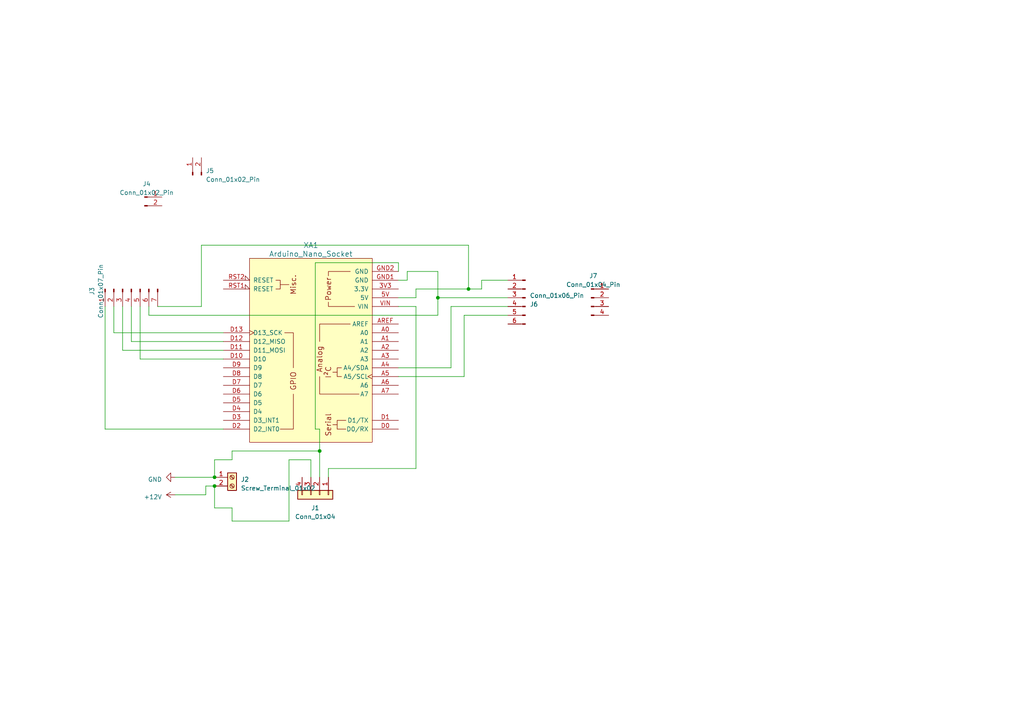
<source format=kicad_sch>
(kicad_sch (version 20230121) (generator eeschema)
  (paper "A4")
  (lib_symbols
    (symbol "Connector:Conn_01x02_Pin" (pin_names (offset 1.016) hide)
      (property "Reference" "J" (at 0 2.54 0))
      (property "Value" "Conn_01x02_Pin" (at 0 -5.08 0))
      (symbol "Conn_01x02_Pin_1_1"
        (polyline (pts (xy 1.27 -2.54) (xy 0.8636 -2.54)) (stroke (width 0.1524)))
        (polyline (pts (xy 1.27 0) (xy 0.8636 0)) (stroke (width 0.1524)))
        (rectangle (start 0.8636 -2.413) (end 0 -2.667) (stroke (width 0.1524)) (fill (type outline)))
        (rectangle (start 0.8636 0.127) (end 0 -0.127) (stroke (width 0.1524)) (fill (type outline)))
        (pin passive line (at 5.08 0 180) (length 3.81) (name "Pin_1") (number "1"))
        (pin passive line (at 5.08 -2.54 180) (length 3.81) (name "Pin_2") (number "2"))
      )
    )
    (symbol "Connector:Conn_01x04_Pin" (pin_names (offset 1.016) hide)
      (property "Reference" "J" (at 0 5.08 0))
      (property "Value" "Conn_01x04_Pin" (at 0 -7.62 0))
      (symbol "Conn_01x04_Pin_1_1"
        (polyline (pts (xy 1.27 -5.08) (xy 0.8636 -5.08)) (stroke (width 0.1524)))
        (polyline (pts (xy 1.27 -2.54) (xy 0.8636 -2.54)) (stroke (width 0.1524)))
        (polyline (pts (xy 1.27 0) (xy 0.8636 0)) (stroke (width 0.1524)))
        (polyline (pts (xy 1.27 2.54) (xy 0.8636 2.54)) (stroke (width 0.1524)))
        (rectangle (start 0.8636 -4.953) (end 0 -5.207) (stroke (width 0.1524)) (fill (type outline)))
        (rectangle (start 0.8636 -2.413) (end 0 -2.667) (stroke (width 0.1524)) (fill (type outline)))
        (rectangle (start 0.8636 0.127) (end 0 -0.127) (stroke (width 0.1524)) (fill (type outline)))
        (rectangle (start 0.8636 2.667) (end 0 2.413) (stroke (width 0.1524)) (fill (type outline)))
        (pin passive line (at 5.08 2.54 180) (length 3.81) (name "Pin_1") (number "1"))
        (pin passive line (at 5.08 0 180) (length 3.81) (name "Pin_2") (number "2"))
        (pin passive line (at 5.08 -2.54 180) (length 3.81) (name "Pin_3") (number "3"))
        (pin passive line (at 5.08 -5.08 180) (length 3.81) (name "Pin_4") (number "4"))
      )
    )
    (symbol "Connector:Conn_01x06_Pin" (pin_names (offset 1.016) hide)
      (property "Reference" "J" (at 0 7.62 0))
      (property "Value" "Conn_01x06_Pin" (at 0 -10.16 0))
      (symbol "Conn_01x06_Pin_1_1"
        (polyline (pts (xy 1.27 -7.62) (xy 0.8636 -7.62)) (stroke (width 0.1524)))
        (polyline (pts (xy 1.27 -5.08) (xy 0.8636 -5.08)) (stroke (width 0.1524)))
        (polyline (pts (xy 1.27 -2.54) (xy 0.8636 -2.54)) (stroke (width 0.1524)))
        (polyline (pts (xy 1.27 0) (xy 0.8636 0)) (stroke (width 0.1524)))
        (polyline (pts (xy 1.27 2.54) (xy 0.8636 2.54)) (stroke (width 0.1524)))
        (polyline (pts (xy 1.27 5.08) (xy 0.8636 5.08)) (stroke (width 0.1524)))
        (rectangle (start 0.8636 -7.493) (end 0 -7.747) (stroke (width 0.1524)) (fill (type outline)))
        (rectangle (start 0.8636 -4.953) (end 0 -5.207) (stroke (width 0.1524)) (fill (type outline)))
        (rectangle (start 0.8636 -2.413) (end 0 -2.667) (stroke (width 0.1524)) (fill (type outline)))
        (rectangle (start 0.8636 0.127) (end 0 -0.127) (stroke (width 0.1524)) (fill (type outline)))
        (rectangle (start 0.8636 2.667) (end 0 2.413) (stroke (width 0.1524)) (fill (type outline)))
        (rectangle (start 0.8636 5.207) (end 0 4.953) (stroke (width 0.1524)) (fill (type outline)))
        (pin passive line (at 5.08 5.08 180) (length 3.81) (name "Pin_1") (number "1"))
        (pin passive line (at 5.08 2.54 180) (length 3.81) (name "Pin_2") (number "2"))
        (pin passive line (at 5.08 0 180) (length 3.81) (name "Pin_3") (number "3"))
        (pin passive line (at 5.08 -2.54 180) (length 3.81) (name "Pin_4") (number "4"))
        (pin passive line (at 5.08 -5.08 180) (length 3.81) (name "Pin_5") (number "5"))
        (pin passive line (at 5.08 -7.62 180) (length 3.81) (name "Pin_6") (number "6"))
      )
    )
    (symbol "Connector:Conn_01x07_Pin" (pin_names (offset 1.016) hide)
      (property "Reference" "J" (at 0 10.16 0))
      (property "Value" "Conn_01x07_Pin" (at 0 -10.16 0))
      (symbol "Conn_01x07_Pin_1_1"
        (polyline (pts (xy 1.27 -7.62) (xy 0.8636 -7.62)) (stroke (width 0.1524)))
        (polyline (pts (xy 1.27 -5.08) (xy 0.8636 -5.08)) (stroke (width 0.1524)))
        (polyline (pts (xy 1.27 -2.54) (xy 0.8636 -2.54)) (stroke (width 0.1524)))
        (polyline (pts (xy 1.27 0) (xy 0.8636 0)) (stroke (width 0.1524)))
        (polyline (pts (xy 1.27 2.54) (xy 0.8636 2.54)) (stroke (width 0.1524)))
        (polyline (pts (xy 1.27 5.08) (xy 0.8636 5.08)) (stroke (width 0.1524)))
        (polyline (pts (xy 1.27 7.62) (xy 0.8636 7.62)) (stroke (width 0.1524)))
        (rectangle (start 0.8636 -7.493) (end 0 -7.747) (stroke (width 0.1524)) (fill (type outline)))
        (rectangle (start 0.8636 -4.953) (end 0 -5.207) (stroke (width 0.1524)) (fill (type outline)))
        (rectangle (start 0.8636 -2.413) (end 0 -2.667) (stroke (width 0.1524)) (fill (type outline)))
        (rectangle (start 0.8636 0.127) (end 0 -0.127) (stroke (width 0.1524)) (fill (type outline)))
        (rectangle (start 0.8636 2.667) (end 0 2.413) (stroke (width 0.1524)) (fill (type outline)))
        (rectangle (start 0.8636 5.207) (end 0 4.953) (stroke (width 0.1524)) (fill (type outline)))
        (rectangle (start 0.8636 7.747) (end 0 7.493) (stroke (width 0.1524)) (fill (type outline)))
        (pin passive line (at 5.08 7.62 180) (length 3.81) (name "Pin_1") (number "1"))
        (pin passive line (at 5.08 5.08 180) (length 3.81) (name "Pin_2") (number "2"))
        (pin passive line (at 5.08 2.54 180) (length 3.81) (name "Pin_3") (number "3"))
        (pin passive line (at 5.08 0 180) (length 3.81) (name "Pin_4") (number "4"))
        (pin passive line (at 5.08 -2.54 180) (length 3.81) (name "Pin_5") (number "5"))
        (pin passive line (at 5.08 -5.08 180) (length 3.81) (name "Pin_6") (number "6"))
        (pin passive line (at 5.08 -7.62 180) (length 3.81) (name "Pin_7") (number "7"))
      )
    )
    (symbol "Connector:Screw_Terminal_01x02" (pin_names (offset 1.016) hide)
      (property "Reference" "J" (at 0 2.54 0))
      (property "Value" "Screw_Terminal_01x02" (at 0 -5.08 0))
      (symbol "Screw_Terminal_01x02_1_1"
        (rectangle (start -1.27 1.27) (end 1.27 -3.81) (stroke (width 0.254)) (fill (type background)))
        (circle (center 0 -2.54) (radius 0.635) (stroke (width 0.1524)))
        (polyline (pts (xy -0.5334 -2.2098) (xy 0.3302 -3.048)) (stroke (width 0.1524)))
        (polyline (pts (xy -0.5334 0.3302) (xy 0.3302 -0.508)) (stroke (width 0.1524)))
        (polyline (pts (xy -0.3556 -2.032) (xy 0.508 -2.8702)) (stroke (width 0.1524)))
        (polyline (pts (xy -0.3556 0.508) (xy 0.508 -0.3302)) (stroke (width 0.1524)))
        (circle (center 0 0) (radius 0.635) (stroke (width 0.1524)))
        (pin passive line (at -5.08 0 0) (length 3.81) (name "Pin_1") (number "1"))
        (pin passive line (at -5.08 -2.54 0) (length 3.81) (name "Pin_2") (number "2"))
      )
    )
    (symbol "Connector_Generic:Conn_01x04" (pin_names (offset 1.016) hide)
      (property "Reference" "J" (at 0 5.08 0))
      (property "Value" "Conn_01x04" (at 0 -7.62 0))
      (symbol "Conn_01x04_1_1"
        (rectangle (start -1.27 -4.953) (end 0 -5.207) (stroke (width 0.1524)))
        (rectangle (start -1.27 -2.413) (end 0 -2.667) (stroke (width 0.1524)))
        (rectangle (start -1.27 0.127) (end 0 -0.127) (stroke (width 0.1524)))
        (rectangle (start -1.27 2.667) (end 0 2.413) (stroke (width 0.1524)))
        (rectangle (start -1.27 3.81) (end 1.27 -6.35) (stroke (width 0.254)) (fill (type background)))
        (pin passive line (at -5.08 2.54 0) (length 3.81) (name "Pin_1") (number "1"))
        (pin passive line (at -5.08 0 0) (length 3.81) (name "Pin_2") (number "2"))
        (pin passive line (at -5.08 -2.54 0) (length 3.81) (name "Pin_3") (number "3"))
        (pin passive line (at -5.08 -5.08 0) (length 3.81) (name "Pin_4") (number "4"))
      )
    )
    (symbol "arduino-library:Arduino_Nano_Socket" (pin_names (offset 1.016))
      (property "Reference" "XA" (at 0 33.02 0))
      (property "Value" "Arduino_Nano_Socket" (at 0 29.21 0))
      (symbol "Arduino_Nano_Socket_0_0"
        (rectangle (start -17.78 26.67) (end 17.78 -26.67) (fill (type background)))
        (polyline (pts (xy -7.62 6.35) (xy -6.35 6.35)))
        (polyline (pts (xy -7.62 21.59) (xy -6.35 21.59)))
        (polyline (pts (xy 8.89 -19.05) (xy 6.35 -19.05)))
        (polyline (pts (xy -11.43 -22.86) (xy -5.08 -22.86) (xy -5.08 -21.59)))
        (polyline (pts (xy -5.08 -13.97) (xy -5.08 -12.7) (xy -12.7 -12.7)))
        (polyline (pts (xy -10.16 22.86) (xy -7.62 22.86) (xy -7.62 20.32) (xy -10.16 20.32)))
        (polyline (pts (xy -8.89 7.62) (xy -7.62 7.62) (xy -7.62 5.08) (xy -8.89 5.08)))
        (text "Analog" (at -2.54 2.54 900) (effects (font (size 1.524 1.524))))
        (text "I²C" (at -5.08 6.35 900) (effects (font (size 1.524 1.524))))
        (text "Misc." (at 5.08 -19.05 900) (effects (font (size 1.524 1.524))))
        (text "Power" (at -5.08 -17.78 900) (effects (font (size 1.524 1.524))))
        (text "Serial" (at -5.08 21.59 900) (effects (font (size 1.524 1.524))))
      )
      (symbol "Arduino_Nano_Socket_0_1"
        (polyline (pts (xy -13.97 12.7) (xy -2.54 12.7) (xy -2.54 7.62)))
        (polyline (pts (xy -11.43 -7.62) (xy -2.54 -7.62) (xy -2.54 -2.54)))
        (polyline (pts (xy 7.62 -5.08) (xy 5.08 -5.08) (xy 5.08 5.08)))
        (polyline (pts (xy 8.89 22.86) (xy 5.08 22.86) (xy 5.08 12.7)))
        (polyline (pts (xy 10.16 -17.78) (xy 8.89 -17.78) (xy 8.89 -20.32) (xy 10.16 -20.32)))
      )
      (symbol "Arduino_Nano_Socket_1_0"
        (text "GPIO" (at 5.08 8.89 900) (effects (font (size 1.524 1.524))))
      )
      (symbol "Arduino_Nano_Socket_1_1"
        (pin power_out line (at -25.4 -17.78 0) (length 7.62) (name "3.3V") (number "3V3"))
        (pin power_in line (at -25.4 -15.24 0) (length 7.62) (name "5V") (number "5V"))
        (pin bidirectional line (at -25.4 -5.08 0) (length 7.62) (name "A0") (number "A0"))
        (pin bidirectional line (at -25.4 -2.54 0) (length 7.62) (name "A1") (number "A1"))
        (pin bidirectional line (at -25.4 0 0) (length 7.62) (name "A2") (number "A2"))
        (pin bidirectional line (at -25.4 2.54 0) (length 7.62) (name "A3") (number "A3"))
        (pin bidirectional line (at -25.4 5.08 0) (length 7.62) (name "A4/SDA") (number "A4"))
        (pin bidirectional clock (at -25.4 7.62 0) (length 7.62) (name "A5/SCL") (number "A5"))
        (pin input line (at -25.4 10.16 0) (length 7.62) (name "A6") (number "A6"))
        (pin input line (at -25.4 12.7 0) (length 7.62) (name "A7") (number "A7"))
        (pin input line (at -25.4 -7.62 0) (length 7.62) (name "AREF") (number "AREF"))
        (pin bidirectional line (at -25.4 22.86 0) (length 7.62) (name "D0/RX") (number "D0"))
        (pin bidirectional line (at -25.4 20.32 0) (length 7.62) (name "D1/TX") (number "D1"))
        (pin bidirectional line (at 25.4 2.54 180) (length 7.62) (name "D10") (number "D10"))
        (pin bidirectional line (at 25.4 0 180) (length 7.62) (name "D11_MOSI") (number "D11"))
        (pin bidirectional line (at 25.4 -2.54 180) (length 7.62) (name "D12_MISO") (number "D12"))
        (pin bidirectional clock (at 25.4 -5.08 180) (length 7.62) (name "D13_SCK") (number "D13"))
        (pin bidirectional line (at 25.4 22.86 180) (length 7.62) (name "D2_INT0") (number "D2"))
        (pin bidirectional line (at 25.4 20.32 180) (length 7.62) (name "D3_INT1") (number "D3"))
        (pin bidirectional line (at 25.4 17.78 180) (length 7.62) (name "D4") (number "D4"))
        (pin bidirectional line (at 25.4 15.24 180) (length 7.62) (name "D5") (number "D5"))
        (pin bidirectional line (at 25.4 12.7 180) (length 7.62) (name "D6") (number "D6"))
        (pin bidirectional line (at 25.4 10.16 180) (length 7.62) (name "D7") (number "D7"))
        (pin bidirectional line (at 25.4 7.62 180) (length 7.62) (name "D8") (number "D8"))
        (pin bidirectional line (at 25.4 5.08 180) (length 7.62) (name "D9") (number "D9"))
        (pin power_in line (at -25.4 -20.32 0) (length 7.62) (name "GND") (number "GND1"))
        (pin power_in line (at -25.4 -22.86 0) (length 7.62) (name "GND") (number "GND2"))
        (pin open_collector input_low (at 25.4 -17.78 180) (length 7.62) (name "RESET") (number "RST1"))
        (pin open_collector input_low (at 25.4 -20.32 180) (length 7.62) (name "RESET") (number "RST2"))
        (pin power_in line (at -25.4 -12.7 0) (length 7.62) (name "VIN") (number "VIN"))
      )
    )
    (symbol "power:+12V" (power) (pin_names (offset 0))
      (property "Value" "+12V" (at 0 3.556 0))
      (symbol "+12V_0_1"
        (polyline (pts (xy -0.762 1.27) (xy 0 2.54)))
        (polyline (pts (xy 0 0) (xy 0 2.54)))
        (polyline (pts (xy 0 2.54) (xy 0.762 1.27)))
      )
      (symbol "+12V_1_1"
        (pin power_in line (at 0 0 90) (length 0) hide (name "+12V") (number "1"))
      )
    )
    (symbol "power:GND" (power) (pin_names (offset 0))
      (property "Value" "GND" (at 0 -3.81 0))
      (symbol "GND_0_1"
        (polyline (pts (xy 0 0) (xy 0 -1.27) (xy 1.27 -1.27) (xy 0 -2.54) (xy -1.27 -1.27) (xy 0 -1.27)))
      )
      (symbol "GND_1_1"
        (pin power_in line (at 0 0 270) (length 0) hide (name "GND") (number "1"))
      )
    )
  )
  (junction (at 127 86.36))
  (junction (at 62.23 140.97))
  (junction (at 92.71 130.81))
  (junction (at 62.23 138.43))
  (junction (at 135.89 83.82))
  (wire (pts (xy 95.25 138.43) (xy 95.25 135.89)))
  (wire (pts (xy 115.57 81.28) (xy 118.11 81.28)))
  (wire (pts (xy 30.48 124.46) (xy 64.77 124.46)))
  (wire (pts (xy 92.71 124.46) (xy 91.44 124.46)))
  (wire (pts (xy 67.31 133.35) (xy 62.23 133.35)))
  (wire (pts (xy 120.65 83.82) (xy 135.89 83.82)))
  (wire (pts (xy 115.57 109.22) (xy 134.62 109.22)))
  (wire (pts (xy 134.62 91.44) (xy 147.32 91.44)))
  (wire (pts (xy 33.02 88.9) (xy 33.02 96.52)))
  (wire (pts (xy 127 91.44) (xy 127 86.36)))
  (wire (pts (xy 83.82 133.35) (xy 83.82 151.13)))
  (wire (pts (xy 67.31 130.81) (xy 67.31 133.35)))
  (wire (pts (xy 38.1 99.06) (xy 64.77 99.06)))
  (wire (pts (xy 40.64 104.14) (xy 64.77 104.14)))
  (wire (pts (xy 92.71 124.46) (xy 92.71 130.81)))
  (wire (pts (xy 139.7 81.28) (xy 147.32 81.28)))
  (wire (pts (xy 115.57 76.2) (xy 115.57 78.74)))
  (wire (pts (xy 50.8 138.43) (xy 62.23 138.43)))
  (wire (pts (xy 115.57 86.36) (xy 120.65 86.36)))
  (wire (pts (xy 67.31 151.13) (xy 67.31 147.32)))
  (wire (pts (xy 58.42 71.12) (xy 135.89 71.12)))
  (wire (pts (xy 118.11 78.74) (xy 127 78.74)))
  (wire (pts (xy 59.69 140.97) (xy 62.23 140.97)))
  (wire (pts (xy 35.56 88.9) (xy 35.56 101.6)))
  (wire (pts (xy 91.44 76.2) (xy 91.44 124.46)))
  (wire (pts (xy 130.81 88.9) (xy 130.81 106.68)))
  (wire (pts (xy 62.23 147.32) (xy 62.23 140.97)))
  (wire (pts (xy 115.57 106.68) (xy 130.81 106.68)))
  (wire (pts (xy 35.56 101.6) (xy 64.77 101.6)))
  (wire (pts (xy 45.72 88.9) (xy 58.42 88.9)))
  (wire (pts (xy 95.25 135.89) (xy 120.65 135.89)))
  (wire (pts (xy 67.31 130.81) (xy 92.71 130.81)))
  (wire (pts (xy 43.18 88.9) (xy 43.18 91.44)))
  (wire (pts (xy 59.69 143.51) (xy 59.69 140.97)))
  (wire (pts (xy 120.65 135.89) (xy 120.65 88.9)))
  (wire (pts (xy 67.31 151.13) (xy 83.82 151.13)))
  (wire (pts (xy 50.8 143.51) (xy 59.69 143.51)))
  (wire (pts (xy 135.89 83.82) (xy 139.7 83.82)))
  (wire (pts (xy 135.89 71.12) (xy 135.89 83.82)))
  (wire (pts (xy 67.31 147.32) (xy 62.23 147.32)))
  (wire (pts (xy 134.62 91.44) (xy 134.62 109.22)))
  (wire (pts (xy 83.82 133.35) (xy 90.17 133.35)))
  (wire (pts (xy 127 78.74) (xy 127 86.36)))
  (wire (pts (xy 91.44 76.2) (xy 115.57 76.2)))
  (wire (pts (xy 33.02 96.52) (xy 64.77 96.52)))
  (wire (pts (xy 43.18 91.44) (xy 127 91.44)))
  (wire (pts (xy 130.81 88.9) (xy 147.32 88.9)))
  (wire (pts (xy 30.48 88.9) (xy 30.48 124.46)))
  (wire (pts (xy 120.65 86.36) (xy 120.65 83.82)))
  (wire (pts (xy 92.71 130.81) (xy 92.71 138.43)))
  (wire (pts (xy 40.64 88.9) (xy 40.64 104.14)))
  (wire (pts (xy 120.65 88.9) (xy 115.57 88.9)))
  (wire (pts (xy 118.11 81.28) (xy 118.11 78.74)))
  (wire (pts (xy 90.17 133.35) (xy 90.17 138.43)))
  (wire (pts (xy 139.7 83.82) (xy 139.7 81.28)))
  (wire (pts (xy 58.42 88.9) (xy 58.42 71.12)))
  (wire (pts (xy 127 86.36) (xy 147.32 86.36)))
  (wire (pts (xy 38.1 88.9) (xy 38.1 99.06)))
  (wire (pts (xy 62.23 133.35) (xy 62.23 138.43)))
  (symbol (lib_id "power:+12V") (at 50.8 143.51 90) (unit 1)
    (property "Reference" "#PWR02" (effects hide))
    (property "Value" "+12V" (at 46.99 144.145 90) (effects (justify left)))
  )
  (symbol (lib_id "Connector_Generic:Conn_01x04") (at 92.71 143.51 270) (unit 1)
    (property "Reference" "J1" (at 91.44 147.32 90))
    (property "Value" "Conn_01x04" (at 91.44 149.86 90))
    (property "Footprint" "Connector_PinSocket_2.54mm:PinSocket_1x04_P2.54mm_Vertical" (effects hide))
  )
  (symbol (lib_id "Connector:Conn_01x04_Pin") (at 171.45 86.36 0) (unit 1)
    (property "Reference" "J7" (at 172.085 80.01 0))
    (property "Value" "Conn_01x04_Pin" (at 172.085 82.55 0))
    (property "Footprint" "Connector_PinHeader_2.54mm:PinHeader_1x04_P2.54mm_Vertical" (effects hide))
  )
  (symbol (lib_id "power:GND") (at 50.8 138.43 270) (unit 1)
    (property "Reference" "#PWR01" (effects hide))
    (property "Value" "GND" (at 46.99 139.065 90) (effects (justify right)))
  )
  (symbol (lib_id "Connector:Screw_Terminal_01x02") (at 67.31 138.43 0) (unit 1)
    (property "Reference" "J2" (at 69.85 139.065 0) (effects (justify left)))
    (property "Value" "Screw_Terminal_01x02" (at 69.85 141.605 0) (effects (justify left)))
    (property "Footprint" "TerminalBlock:TerminalBlock_bornier-2_P5.08mm" (effects hide))
  )
  (symbol (lib_id "arduino-library:Arduino_Nano_Socket") (at 90.17 101.6 180) (unit 1)
    (property "Reference" "XA1" (at 90.17 71.12 0) (effects (font (size 1.524 1.524))))
    (property "Value" "Arduino_Nano_Socket" (at 90.17 73.66 0) (effects (font (size 1.524 1.524))))
    (property "Footprint" "Library:Arduino_Nano_Socket" (effects hide))
    (property "Datasheet" "https://docs.arduino.cc/hardware/nano" (effects hide))
  )
  (symbol (lib_id "Connector:Conn_01x06_Pin") (at 152.4 86.36 0) (mirror y) (unit 1)
    (property "Reference" "J6" (at 153.67 88.265 0) (effects (justify right)))
    (property "Value" "Conn_01x06_Pin" (at 153.67 85.725 0) (effects (justify right)))
    (property "Footprint" "Connector_PinHeader_2.54mm:PinHeader_1x06_P2.54mm_Vertical" (effects hide))
  )
  (symbol (lib_id "Connector:Conn_01x02_Pin") (at 41.91 57.15 0) (unit 1)
    (property "Reference" "J4" (at 42.545 53.34 0))
    (property "Value" "Conn_01x02_Pin" (at 42.545 55.88 0))
    (property "Footprint" "Connector_PinHeader_2.54mm:PinHeader_1x02_P2.54mm_Vertical" (effects hide))
  )
  (symbol (lib_id "Connector:Conn_01x07_Pin") (at 38.1 83.82 90) (mirror x) (unit 1)
    (property "Reference" "J3" (at 26.67 84.455 0))
    (property "Value" "Conn_01x07_Pin" (at 29.21 84.455 0))
    (property "Footprint" "Library:PinHeader_1x07_P2.54mm_Vertical" (effects hide))
  )
  (symbol (lib_id "Connector:Conn_01x02_Pin") (at 55.88 50.8 90) (unit 1)
    (property "Reference" "J5" (at 59.69 49.53 90) (effects (justify right)))
    (property "Value" "Conn_01x02_Pin" (at 59.69 52.07 90) (effects (justify right)))
    (property "Footprint" "Connector_PinHeader_2.54mm:PinHeader_1x02_P2.54mm_Vertical" (effects hide))
  )
)
</source>
